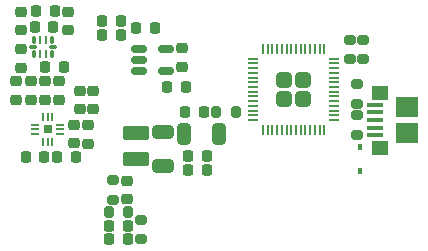
<source format=gtp>
G04 #@! TF.GenerationSoftware,KiCad,Pcbnew,(6.0.7)*
G04 #@! TF.CreationDate,2022-10-27T11:54:22+02:00*
G04 #@! TF.ProjectId,sensorNode,73656e73-6f72-44e6-9f64-652e6b696361,rev?*
G04 #@! TF.SameCoordinates,Original*
G04 #@! TF.FileFunction,Paste,Top*
G04 #@! TF.FilePolarity,Positive*
%FSLAX46Y46*%
G04 Gerber Fmt 4.6, Leading zero omitted, Abs format (unit mm)*
G04 Created by KiCad (PCBNEW (6.0.7)) date 2022-10-27 11:54:22*
%MOMM*%
%LPD*%
G01*
G04 APERTURE LIST*
G04 Aperture macros list*
%AMRoundRect*
0 Rectangle with rounded corners*
0 $1 Rounding radius*
0 $2 $3 $4 $5 $6 $7 $8 $9 X,Y pos of 4 corners*
0 Add a 4 corners polygon primitive as box body*
4,1,4,$2,$3,$4,$5,$6,$7,$8,$9,$2,$3,0*
0 Add four circle primitives for the rounded corners*
1,1,$1+$1,$2,$3*
1,1,$1+$1,$4,$5*
1,1,$1+$1,$6,$7*
1,1,$1+$1,$8,$9*
0 Add four rect primitives between the rounded corners*
20,1,$1+$1,$2,$3,$4,$5,0*
20,1,$1+$1,$4,$5,$6,$7,0*
20,1,$1+$1,$6,$7,$8,$9,0*
20,1,$1+$1,$8,$9,$2,$3,0*%
G04 Aperture macros list end*
%ADD10RoundRect,0.225000X0.225000X0.250000X-0.225000X0.250000X-0.225000X-0.250000X0.225000X-0.250000X0*%
%ADD11RoundRect,0.200000X0.275000X-0.200000X0.275000X0.200000X-0.275000X0.200000X-0.275000X-0.200000X0*%
%ADD12RoundRect,0.249999X-0.395001X-0.395001X0.395001X-0.395001X0.395001X0.395001X-0.395001X0.395001X0*%
%ADD13RoundRect,0.050000X-0.387500X-0.050000X0.387500X-0.050000X0.387500X0.050000X-0.387500X0.050000X0*%
%ADD14RoundRect,0.050000X-0.050000X-0.387500X0.050000X-0.387500X0.050000X0.387500X-0.050000X0.387500X0*%
%ADD15RoundRect,0.218750X0.218750X0.256250X-0.218750X0.256250X-0.218750X-0.256250X0.218750X-0.256250X0*%
%ADD16RoundRect,0.218750X0.256250X-0.218750X0.256250X0.218750X-0.256250X0.218750X-0.256250X-0.218750X0*%
%ADD17RoundRect,0.225000X-0.225000X-0.250000X0.225000X-0.250000X0.225000X0.250000X-0.225000X0.250000X0*%
%ADD18RoundRect,0.225000X-0.250000X0.225000X-0.250000X-0.225000X0.250000X-0.225000X0.250000X0.225000X0*%
%ADD19RoundRect,0.225000X0.250000X-0.225000X0.250000X0.225000X-0.250000X0.225000X-0.250000X-0.225000X0*%
%ADD20RoundRect,0.218750X-0.256250X0.218750X-0.256250X-0.218750X0.256250X-0.218750X0.256250X0.218750X0*%
%ADD21RoundRect,0.075000X-0.075000X0.225000X-0.075000X-0.225000X0.075000X-0.225000X0.075000X0.225000X0*%
%ADD22RoundRect,0.062500X-0.062500X0.237500X-0.062500X-0.237500X0.062500X-0.237500X0.062500X0.237500X0*%
%ADD23RoundRect,0.087500X-0.212500X0.087500X-0.212500X-0.087500X0.212500X-0.087500X0.212500X0.087500X0*%
%ADD24RoundRect,0.200000X-0.275000X0.200000X-0.275000X-0.200000X0.275000X-0.200000X0.275000X0.200000X0*%
%ADD25RoundRect,0.150000X-0.512500X-0.150000X0.512500X-0.150000X0.512500X0.150000X-0.512500X0.150000X0*%
%ADD26RoundRect,0.200000X0.200000X0.275000X-0.200000X0.275000X-0.200000X-0.275000X0.200000X-0.275000X0*%
%ADD27O,0.700000X0.200000*%
%ADD28O,0.200000X0.700000*%
%ADD29R,0.800000X0.800000*%
%ADD30RoundRect,0.250000X0.850000X-0.375000X0.850000X0.375000X-0.850000X0.375000X-0.850000X-0.375000X0*%
%ADD31RoundRect,0.218750X-0.218750X-0.256250X0.218750X-0.256250X0.218750X0.256250X-0.218750X0.256250X0*%
%ADD32RoundRect,0.250000X0.325000X0.650000X-0.325000X0.650000X-0.325000X-0.650000X0.325000X-0.650000X0*%
%ADD33R,1.400000X0.400000*%
%ADD34R,1.450000X1.150000*%
%ADD35R,1.900000X1.750000*%
%ADD36RoundRect,0.250000X0.650000X-0.325000X0.650000X0.325000X-0.650000X0.325000X-0.650000X-0.325000X0*%
%ADD37R,0.450000X0.600000*%
G04 APERTURE END LIST*
D10*
X213275000Y-117087500D03*
X211725000Y-117087500D03*
D11*
X239800000Y-115225000D03*
X239800000Y-113575000D03*
D12*
X233625000Y-112200000D03*
X235225000Y-110600000D03*
X235225000Y-112200000D03*
X233625000Y-110600000D03*
D13*
X230987500Y-108800000D03*
X230987500Y-109200000D03*
X230987500Y-109600000D03*
X230987500Y-110000000D03*
X230987500Y-110400000D03*
X230987500Y-110800000D03*
X230987500Y-111200000D03*
X230987500Y-111600000D03*
X230987500Y-112000000D03*
X230987500Y-112400000D03*
X230987500Y-112800000D03*
X230987500Y-113200000D03*
X230987500Y-113600000D03*
X230987500Y-114000000D03*
D14*
X231825000Y-114837500D03*
X232225000Y-114837500D03*
X232625000Y-114837500D03*
X233025000Y-114837500D03*
X233425000Y-114837500D03*
X233825000Y-114837500D03*
X234225000Y-114837500D03*
X234625000Y-114837500D03*
X235025000Y-114837500D03*
X235425000Y-114837500D03*
X235825000Y-114837500D03*
X236225000Y-114837500D03*
X236625000Y-114837500D03*
X237025000Y-114837500D03*
D13*
X237862500Y-114000000D03*
X237862500Y-113600000D03*
X237862500Y-113200000D03*
X237862500Y-112800000D03*
X237862500Y-112400000D03*
X237862500Y-112000000D03*
X237862500Y-111600000D03*
X237862500Y-111200000D03*
X237862500Y-110800000D03*
X237862500Y-110400000D03*
X237862500Y-110000000D03*
X237862500Y-109600000D03*
X237862500Y-109200000D03*
X237862500Y-108800000D03*
D14*
X237025000Y-107962500D03*
X236625000Y-107962500D03*
X236225000Y-107962500D03*
X235825000Y-107962500D03*
X235425000Y-107962500D03*
X235025000Y-107962500D03*
X234625000Y-107962500D03*
X234225000Y-107962500D03*
X233825000Y-107962500D03*
X233425000Y-107962500D03*
X233025000Y-107962500D03*
X232625000Y-107962500D03*
X232225000Y-107962500D03*
X231825000Y-107962500D03*
D15*
X214212500Y-104800000D03*
X212637500Y-104800000D03*
X227087500Y-117000000D03*
X225512500Y-117000000D03*
X214987500Y-109500000D03*
X213412500Y-109500000D03*
D16*
X217000000Y-115987500D03*
X217000000Y-114412500D03*
D15*
X225287500Y-111200000D03*
X223712500Y-111200000D03*
D17*
X218825000Y-122950000D03*
X220375000Y-122950000D03*
D18*
X215800000Y-114412500D03*
X215800000Y-115962500D03*
D19*
X211350000Y-106375000D03*
X211350000Y-104825000D03*
D20*
X212175000Y-110712500D03*
X212175000Y-112287500D03*
D21*
X213950000Y-107175000D03*
D22*
X213450000Y-107175000D03*
X212950000Y-107175000D03*
D21*
X212450000Y-107175000D03*
D23*
X212325000Y-107800000D03*
D21*
X212450000Y-108425000D03*
D22*
X212950000Y-108425000D03*
X213450000Y-108425000D03*
D21*
X213950000Y-108425000D03*
D23*
X214075000Y-107800000D03*
D24*
X219100000Y-119075000D03*
X219100000Y-120725000D03*
D25*
X221362500Y-107950000D03*
X221362500Y-108900000D03*
X221362500Y-109850000D03*
X223637500Y-109850000D03*
X223637500Y-107950000D03*
D10*
X219775000Y-105600000D03*
X218225000Y-105600000D03*
D15*
X227087500Y-118200000D03*
X225512500Y-118200000D03*
D26*
X220425000Y-121800000D03*
X218775000Y-121800000D03*
D20*
X210900000Y-110712500D03*
X210900000Y-112287500D03*
X211300000Y-108012500D03*
X211300000Y-109587500D03*
D24*
X221500000Y-122425000D03*
X221500000Y-124075000D03*
D27*
X214675000Y-115187500D03*
X214675000Y-114787500D03*
X214675000Y-114387500D03*
D28*
X214000000Y-113712500D03*
X213600000Y-113712500D03*
X213200000Y-113712500D03*
D27*
X212525000Y-114387500D03*
X212525000Y-114787500D03*
X212525000Y-115187500D03*
D28*
X213200000Y-115862500D03*
X213600000Y-115862500D03*
X214000000Y-115862500D03*
D29*
X213600000Y-114787500D03*
D30*
X221057500Y-117275000D03*
X221057500Y-115125000D03*
D31*
X218212500Y-106800000D03*
X219787500Y-106800000D03*
D11*
X240300000Y-108825000D03*
X240300000Y-107175000D03*
D16*
X217400000Y-113087500D03*
X217400000Y-111512500D03*
D11*
X239200000Y-108825000D03*
X239200000Y-107175000D03*
D18*
X215300000Y-104825000D03*
X215300000Y-106375000D03*
X225000000Y-107925000D03*
X225000000Y-109475000D03*
D17*
X212525000Y-106100000D03*
X214075000Y-106100000D03*
D19*
X213375000Y-112275000D03*
X213375000Y-110725000D03*
D15*
X222687500Y-106200000D03*
X221112500Y-106200000D03*
D32*
X228075000Y-115200000D03*
X225125000Y-115200000D03*
D16*
X214575000Y-112287500D03*
X214575000Y-110712500D03*
D33*
X241350000Y-115300000D03*
X241350000Y-114650000D03*
X241350000Y-114000000D03*
X241350000Y-113350000D03*
X241350000Y-112700000D03*
D34*
X241770000Y-111680000D03*
D35*
X244000000Y-115125000D03*
X244000000Y-112875000D03*
D34*
X241770000Y-116320000D03*
D36*
X223400000Y-117925000D03*
X223400000Y-114975000D03*
D19*
X220300000Y-120675000D03*
X220300000Y-119125000D03*
D26*
X229525000Y-113300000D03*
X227875000Y-113300000D03*
D17*
X218825000Y-124100000D03*
X220375000Y-124100000D03*
D11*
X239800000Y-112625000D03*
X239800000Y-110975000D03*
D31*
X225225000Y-113300000D03*
X226800000Y-113300000D03*
D19*
X216300000Y-113075000D03*
X216300000Y-111525000D03*
D37*
X240000000Y-118350000D03*
X240000000Y-116250000D03*
D17*
X214425000Y-117087500D03*
X215975000Y-117087500D03*
M02*

</source>
